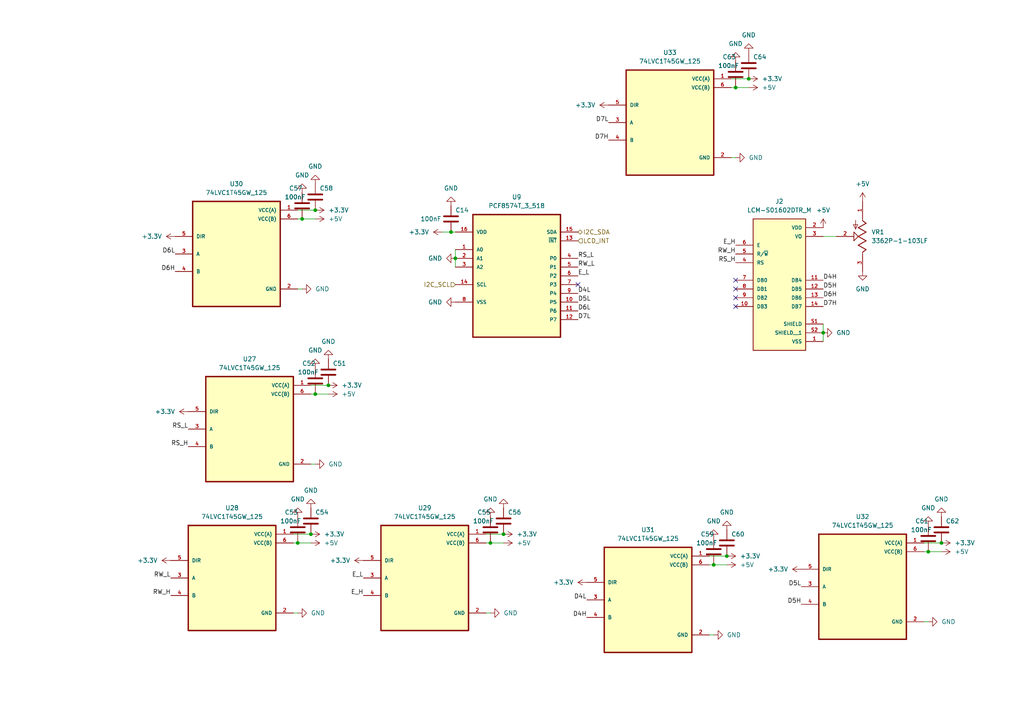
<source format=kicad_sch>
(kicad_sch (version 20230121) (generator eeschema)
  (paper "A4")
  (lib_symbols
    (symbol "3362P-1-103LF:3362P-1-103LF" (pin_names (offset 1.016))
      (property "Reference" "VR" (at -10.1818 2.5465 0))
      (property "Value" "3362P-1-103LF" (at -10.1645 -7.6423 0))
      (symbol "3362P-1-103LF_0_0"
        (polyline (pts (xy -5.08 0) (xy -4.572 0)) (stroke (width 0.1524)))
        (polyline (pts (xy -4.699 -2.032) (xy -2.159 -2.032)) (stroke (width 0.1524)))
        (polyline (pts (xy -4.572 0) (xy -3.81 1.016)) (stroke (width 0.254)))
        (polyline (pts (xy -3.81 1.016) (xy -2.54 -1.27)) (stroke (width 0.254)))
        (polyline (pts (xy -3.429 -2.667) (xy -3.429 -1.397)) (stroke (width 0.1524)))
        (polyline (pts (xy -3.429 -1.397) (xy -2.159 -2.032)) (stroke (width 0.1524)))
        (polyline (pts (xy -2.54 -1.27) (xy -1.27 1.016)) (stroke (width 0.254)))
        (polyline (pts (xy -2.159 -2.032) (xy -3.429 -2.667)) (stroke (width 0.1524)))
        (polyline (pts (xy -1.27 -2.54) (xy 0 -1.27)) (stroke (width 0.2032)))
        (polyline (pts (xy -1.27 1.016) (xy 0 -1.27)) (stroke (width 0.254)))
        (polyline (pts (xy 0 -1.27) (xy 1.27 -2.54)) (stroke (width 0.2032)))
        (polyline (pts (xy 0 -1.27) (xy 1.27 1.016)) (stroke (width 0.254)))
        (polyline (pts (xy 1.27 -2.54) (xy -1.27 -2.54)) (stroke (width 0.2032)))
        (polyline (pts (xy 1.27 1.016) (xy 2.54 -1.27)) (stroke (width 0.254)))
        (polyline (pts (xy 2.54 -1.27) (xy 3.81 1.016)) (stroke (width 0.254)))
        (polyline (pts (xy 3.81 1.016) (xy 4.572 0)) (stroke (width 0.254)))
        (polyline (pts (xy 4.572 0) (xy 5.08 0)) (stroke (width 0.1524)))
        (pin passive line (at -10.16 0 0) (length 5.08) (name "~") (number "1"))
        (pin passive line (at 0 -7.62 90) (length 5.08) (name "~") (number "2"))
        (pin passive line (at 10.16 0 180) (length 5.08) (name "~") (number "3"))
      )
    )
    (symbol "74LVC1T45GW_125:74LVC1T45GW_125" (pin_names (offset 1.016))
      (property "Reference" "U" (at -12.7 16.24 0))
      (property "Value" "74LVC1T45GW_125" (at -12.7 -19.24 0))
      (symbol "74LVC1T45GW_125_0_0"
        (rectangle (start -12.7 -15.24) (end 12.7 15.24) (stroke (width 0.41)) (fill (type background)))
        (pin power_in line (at 17.78 12.7 180) (length 5.08) (name "VCC(A)") (number "1"))
        (pin power_in line (at 17.78 -10.16 180) (length 5.08) (name "GND") (number "2"))
        (pin bidirectional line (at -17.78 0 0) (length 5.08) (name "A") (number "3"))
        (pin bidirectional line (at -17.78 -5.08 0) (length 5.08) (name "B") (number "4"))
        (pin input line (at -17.78 5.08 0) (length 5.08) (name "DIR") (number "5"))
        (pin power_in line (at 17.78 10.16 180) (length 5.08) (name "VCC(B)") (number "6"))
      )
    )
    (symbol "Device:C" (pin_numbers hide) (pin_names (offset 0.254))
      (property "Reference" "C" (at 0.635 2.54 0))
      (property "Value" "C" (at 0.635 -2.54 0))
      (symbol "C_0_1"
        (polyline (pts (xy -2.032 -0.762) (xy 2.032 -0.762)) (stroke (width 0.508)))
        (polyline (pts (xy -2.032 0.762) (xy 2.032 0.762)) (stroke (width 0.508)))
      )
      (symbol "C_1_1"
        (pin passive line (at 0 3.81 270) (length 2.794) (name "~") (number "1"))
        (pin passive line (at 0 -3.81 90) (length 2.794) (name "~") (number "2"))
      )
    )
    (symbol "LCM-S01602DTR_M:LCM-S01602DTR_M" (pin_names (offset 1.016))
      (property "Reference" "J" (at -7.62 19.05 0))
      (property "Value" "LCM-S01602DTR_M" (at -7.62 -22.86 0))
      (symbol "LCM-S01602DTR_M_0_0"
        (rectangle (start -7.62 -20.32) (end 7.62 17.78) (stroke (width 0.254)) (fill (type background)))
        (pin power_in line (at 12.7 -17.78 180) (length 5.08) (name "VSS") (number "1"))
        (pin bidirectional line (at -12.7 -7.62 0) (length 5.08) (name "DB3") (number "10"))
        (pin bidirectional line (at 12.7 0 180) (length 5.08) (name "DB4") (number "11"))
        (pin bidirectional line (at 12.7 -2.54 180) (length 5.08) (name "DB5") (number "12"))
        (pin bidirectional line (at 12.7 -5.08 180) (length 5.08) (name "DB6") (number "13"))
        (pin bidirectional line (at 12.7 -7.62 180) (length 5.08) (name "DB7") (number "14"))
        (pin power_in line (at 12.7 15.24 180) (length 5.08) (name "VDD") (number "2"))
        (pin passive line (at 12.7 12.7 180) (length 5.08) (name "VO") (number "3"))
        (pin input line (at -12.7 5.08 0) (length 5.08) (name "RS") (number "4"))
        (pin input line (at -12.7 7.62 0) (length 5.08) (name "R/~{W}") (number "5"))
        (pin input line (at -12.7 10.16 0) (length 5.08) (name "E") (number "6"))
        (pin bidirectional line (at -12.7 0 0) (length 5.08) (name "DB0") (number "7"))
        (pin bidirectional line (at -12.7 -2.54 0) (length 5.08) (name "DB1") (number "8"))
        (pin bidirectional line (at -12.7 -5.08 0) (length 5.08) (name "DB2") (number "9"))
        (pin passive line (at 12.7 -12.7 180) (length 5.08) (name "SHIELD") (number "S1"))
        (pin passive line (at 12.7 -15.24 180) (length 5.08) (name "SHIELD__1") (number "S2"))
      )
    )
    (symbol "PCF8574T_3_518:PCF8574T_3_518" (pin_names (offset 1.016))
      (property "Reference" "U" (at -4.8821 16.5789 0))
      (property "Value" "PCF8574T_3_518" (at -4.6387 -23.3717 0))
      (symbol "PCF8574T_3_518_0_0"
        (rectangle (start -12.7 -20.32) (end 12.7 15.24) (stroke (width 0.4064)) (fill (type background)))
        (pin input line (at -17.78 5.08 0) (length 5.08) (name "A0") (number "1"))
        (pin bidirectional line (at 17.78 -10.16 180) (length 5.08) (name "P5") (number "10"))
        (pin bidirectional line (at 17.78 -12.7 180) (length 5.08) (name "P6") (number "11"))
        (pin bidirectional line (at 17.78 -15.24 180) (length 5.08) (name "P7") (number "12"))
        (pin output line (at 17.78 7.62 180) (length 5.08) (name "~{INT}") (number "13"))
        (pin input line (at -17.78 -5.08 0) (length 5.08) (name "SCL") (number "14"))
        (pin bidirectional line (at 17.78 10.16 180) (length 5.08) (name "SDA") (number "15"))
        (pin power_in line (at -17.78 10.16 0) (length 5.08) (name "VDD") (number "16"))
        (pin input line (at -17.78 2.54 0) (length 5.08) (name "A1") (number "2"))
        (pin input line (at -17.78 0 0) (length 5.08) (name "A2") (number "3"))
        (pin bidirectional line (at 17.78 2.54 180) (length 5.08) (name "P0") (number "4"))
        (pin bidirectional line (at 17.78 0 180) (length 5.08) (name "P1") (number "5"))
        (pin bidirectional line (at 17.78 -2.54 180) (length 5.08) (name "P2") (number "6"))
        (pin bidirectional line (at 17.78 -5.08 180) (length 5.08) (name "P3") (number "7"))
        (pin passive line (at -17.78 -10.16 0) (length 5.08) (name "VSS") (number "8"))
        (pin bidirectional line (at 17.78 -7.62 180) (length 5.08) (name "P4") (number "9"))
      )
    )
    (symbol "power:+3.3V" (power) (pin_names (offset 0))
      (property "Value" "+3.3V" (at 0 3.556 0))
      (symbol "+3.3V_0_1"
        (polyline (pts (xy -0.762 1.27) (xy 0 2.54)))
        (polyline (pts (xy 0 0) (xy 0 2.54)))
        (polyline (pts (xy 0 2.54) (xy 0.762 1.27)))
      )
      (symbol "+3.3V_1_1"
        (pin power_in line (at 0 0 90) (length 0) hide (name "+3.3V") (number "1"))
      )
    )
    (symbol "power:+5V" (power) (pin_names (offset 0))
      (property "Value" "+5V" (at 0 3.556 0))
      (symbol "+5V_0_1"
        (polyline (pts (xy -0.762 1.27) (xy 0 2.54)))
        (polyline (pts (xy 0 0) (xy 0 2.54)))
        (polyline (pts (xy 0 2.54) (xy 0.762 1.27)))
      )
      (symbol "+5V_1_1"
        (pin power_in line (at 0 0 90) (length 0) hide (name "+5V") (number "1"))
      )
    )
    (symbol "power:GND" (power) (pin_names (offset 0))
      (property "Value" "GND" (at 0 -3.81 0))
      (symbol "GND_0_1"
        (polyline (pts (xy 0 0) (xy 0 -1.27) (xy 1.27 -1.27) (xy 0 -2.54) (xy -1.27 -1.27) (xy 0 -1.27)))
      )
      (symbol "GND_1_1"
        (pin power_in line (at 0 0 270) (length 0) hide (name "GND") (number "1"))
      )
    )
  )
  (junction (at 130.81 67.31))
  (junction (at 86.36 157.48))
  (junction (at 91.44 114.3))
  (junction (at 87.63 63.5))
  (junction (at 146.05 154.94))
  (junction (at 91.44 60.96))
  (junction (at 132.08 74.93))
  (junction (at 95.25 111.76))
  (junction (at 217.17 22.86))
  (junction (at 238.76 96.52))
  (junction (at 269.24 160.02))
  (junction (at 213.36 25.4))
  (junction (at 90.17 154.94))
  (junction (at 273.05 157.48))
  (junction (at 142.24 157.48))
  (junction (at 210.82 161.29))
  (junction (at 207.01 163.83))
  (no_connect (at 167.64 82.55))
  (no_connect (at 213.36 88.9))
  (no_connect (at 213.36 86.36))
  (no_connect (at 213.36 83.82))
  (no_connect (at 213.36 81.28))
  (wire (pts (xy 213.36 25.4) (xy 212.09 25.4)))
  (wire (pts (xy 269.24 160.02) (xy 267.97 160.02)))
  (wire (pts (xy 90.17 134.62) (xy 91.44 134.62)))
  (wire (pts (xy 267.97 180.34) (xy 269.24 180.34)))
  (wire (pts (xy 87.63 63.5) (xy 91.44 63.5)))
  (wire (pts (xy 238.76 93.98) (xy 238.76 96.52)))
  (wire (pts (xy 205.74 184.15) (xy 207.01 184.15)))
  (wire (pts (xy 217.17 22.86) (xy 212.09 22.86)))
  (wire (pts (xy 146.05 154.94) (xy 140.97 154.94)))
  (wire (pts (xy 207.01 163.83) (xy 205.74 163.83)))
  (wire (pts (xy 132.08 77.47) (xy 132.08 74.93)))
  (wire (pts (xy 128.27 67.31) (xy 130.81 67.31)))
  (wire (pts (xy 269.24 160.02) (xy 273.05 160.02)))
  (wire (pts (xy 210.82 161.29) (xy 205.74 161.29)))
  (wire (pts (xy 132.08 72.39) (xy 132.08 74.93)))
  (wire (pts (xy 86.36 83.82) (xy 87.63 83.82)))
  (wire (pts (xy 90.17 154.94) (xy 85.09 154.94)))
  (wire (pts (xy 212.09 45.72) (xy 213.36 45.72)))
  (wire (pts (xy 91.44 60.96) (xy 86.36 60.96)))
  (wire (pts (xy 85.09 177.8) (xy 86.36 177.8)))
  (wire (pts (xy 142.24 157.48) (xy 140.97 157.48)))
  (wire (pts (xy 130.81 67.31) (xy 132.08 67.31)))
  (wire (pts (xy 95.25 111.76) (xy 90.17 111.76)))
  (wire (pts (xy 207.01 163.83) (xy 210.82 163.83)))
  (wire (pts (xy 238.76 68.58) (xy 242.57 68.58)))
  (wire (pts (xy 273.05 157.48) (xy 267.97 157.48)))
  (wire (pts (xy 238.76 96.52) (xy 238.76 99.06)))
  (wire (pts (xy 140.97 177.8) (xy 142.24 177.8)))
  (wire (pts (xy 91.44 114.3) (xy 95.25 114.3)))
  (wire (pts (xy 87.63 63.5) (xy 86.36 63.5)))
  (wire (pts (xy 86.36 157.48) (xy 90.17 157.48)))
  (wire (pts (xy 91.44 114.3) (xy 90.17 114.3)))
  (wire (pts (xy 213.36 25.4) (xy 217.17 25.4)))
  (wire (pts (xy 142.24 157.48) (xy 146.05 157.48)))
  (wire (pts (xy 86.36 157.48) (xy 85.09 157.48)))
  (label "D6H" (at 238.76 86.36 0))
  (label "RW_L" (at 167.64 77.47 0))
  (label "D6L" (at 167.64 90.17 0))
  (label "D7L" (at 167.64 92.71 0))
  (label "E_L" (at 105.41 167.64 180))
  (label "D6H" (at 50.8 78.74 180))
  (label "D7L" (at 176.53 35.56 180))
  (label "D4H" (at 170.18 179.07 180))
  (label "RW_L" (at 49.53 167.64 180))
  (label "D5H" (at 238.76 83.82 0))
  (label "E_L" (at 167.64 80.01 0))
  (label "D7H" (at 238.76 88.9 0))
  (label "RW_H" (at 213.36 73.66 180))
  (label "RS_L" (at 54.61 124.46 180))
  (label "RW_H" (at 49.53 172.72 180))
  (label "RS_H" (at 54.61 129.54 180))
  (label "D6L" (at 50.8 73.66 180))
  (label "D5H" (at 232.41 175.26 180))
  (label "D4L" (at 170.18 173.99 180))
  (label "D4H" (at 238.76 81.28 0))
  (label "D5L" (at 232.41 170.18 180))
  (label "D7H" (at 176.53 40.64 180))
  (label "RS_L" (at 167.64 74.93 0))
  (label "E_H" (at 213.36 71.12 180))
  (label "E_H" (at 105.41 172.72 180))
  (label "D4L" (at 167.64 85.09 0))
  (label "RS_H" (at 213.36 76.2 180))
  (label "D5L" (at 167.64 87.63 0))
  (hierarchical_label "LCD_INT" (shape input) (at 167.64 69.85 0))
  (hierarchical_label "I2C_SCL" (shape input) (at 132.08 82.55 180))
  (hierarchical_label "I2C_SDA" (shape bidirectional) (at 167.64 67.31 0))
  (symbol (lib_id "power:+5V") (at 250.19 58.42 0) (unit 1)
    (property "Reference" "#PWR033" (effects hide))
    (property "Value" "+5V" (at 250.19 53.34 0))
  )
  (symbol (lib_id "Device:C") (at 142.24 153.67 0) (unit 1)
    (property "Reference" "C55" (at 138.43 148.59 0) (effects (justify left)))
    (property "Value" "100nF" (at 137.16 151.13 0) (effects (justify left)))
    (property "Footprint" "Capacitor_SMD:C_0402_1005Metric" (effects hide))
  )
  (symbol (lib_id "Device:C") (at 269.24 156.21 0) (unit 1)
    (property "Reference" "C61" (at 265.43 151.13 0) (effects (justify left)))
    (property "Value" "100nF" (at 264.16 153.67 0) (effects (justify left)))
    (property "Footprint" "Capacitor_SMD:C_0402_1005Metric" (effects hide))
  )
  (symbol (lib_id "Device:C") (at 146.05 151.13 0) (unit 1)
    (property "Reference" "C56" (at 147.32 148.59 0) (effects (justify left)))
    (property "Value" "100nF" (at 137.16 151.13 0) (effects (justify left)))
    (property "Footprint" "Capacitor_SMD:C_0402_1005Metric" (effects hide))
  )
  (symbol (lib_id "power:+3.3V") (at 128.27 67.31 90) (unit 1)
    (property "Reference" "#PWR037" (effects hide))
    (property "Value" "+3.3V" (at 124.46 67.31 90) (effects (justify left)))
  )
  (symbol (lib_id "power:GND") (at 238.76 96.52 90) (unit 1)
    (property "Reference" "#PWR012" (effects hide))
    (property "Value" "GND" (at 242.57 96.52 90) (effects (justify right)))
    (instances (project "Motor Programmer Rev. 2" (path "" (reference "#PWR012") (unit 1)) (path "" (reference "#PWR032") (unit 1))))
  )
  (symbol (lib_id "power:+3.3V") (at 90.17 154.94 270) (unit 1)
    (property "Reference" "#PWR0134" (effects hide))
    (property "Value" "+3.3V" (at 93.98 154.94 90) (effects (justify left)))
  )
  (symbol (lib_id "power:GND") (at 210.82 153.67 180) (unit 1)
    (property "Reference" "#PWR0151" (effects hide))
    (property "Value" "GND" (at 210.82 148.59 0))
  )
  (symbol (lib_id "power:GND") (at 91.44 53.34 180) (unit 1)
    (property "Reference" "#PWR0145" (effects hide))
    (property "Value" "GND" (at 91.44 48.26 0))
  )
  (symbol (lib_id "74LVC1T45GW_125:74LVC1T45GW_125") (at 187.96 173.99 0) (unit 1)
    (property "Reference" "U31" (at 187.96 153.67 0))
    (property "Value" "74LVC1T45GW_125" (at 187.96 156.21 0))
    (property "Footprint" "74LVC1T45GW_125:SOP65P210X110-6N" (effects hide))
    (property "Manufacturer" "Nexperia USA" (effects hide))
    (property "Package" "SOP65P210X110-6N" (effects hide))
  )
  (symbol (lib_id "power:+5V") (at 238.76 66.04 0) (unit 1)
    (property "Reference" "#PWR031" (effects hide))
    (property "Value" "+5V" (at 238.76 60.96 0))
  )
  (symbol (lib_id "power:+3.3V") (at 105.41 162.56 90) (unit 1)
    (property "Reference" "#PWR0136" (effects hide))
    (property "Value" "+3.3V" (at 101.6 162.56 90) (effects (justify left)))
  )
  (symbol (lib_id "power:+3.3V") (at 217.17 22.86 270) (unit 1)
    (property "Reference" "#PWR0164" (effects hide))
    (property "Value" "+3.3V" (at 220.98 22.86 90) (effects (justify left)))
  )
  (symbol (lib_id "power:+3.3V") (at 50.8 68.58 90) (unit 1)
    (property "Reference" "#PWR0142" (effects hide))
    (property "Value" "+3.3V" (at 46.99 68.58 90) (effects (justify left)))
  )
  (symbol (lib_id "74LVC1T45GW_125:74LVC1T45GW_125") (at 123.19 167.64 0) (unit 1)
    (property "Reference" "U29" (at 123.19 147.32 0))
    (property "Value" "74LVC1T45GW_125" (at 123.19 149.86 0))
    (property "Footprint" "74LVC1T45GW_125:SOP65P210X110-6N" (effects hide))
    (property "Manufacturer" "Nexperia USA" (effects hide))
    (property "Package" "SOP65P210X110-6N" (effects hide))
  )
  (symbol (lib_id "power:+5V") (at 90.17 157.48 270) (unit 1)
    (property "Reference" "#PWR031" (effects hide))
    (property "Value" "+5V" (at 93.98 157.48 90) (effects (justify left)))
    (instances (project "Motor Programmer Rev. 2" (path "" (reference "#PWR031") (unit 1)) (path "" (reference "#PWR0135") (unit 1))))
  )
  (symbol (lib_id "74LVC1T45GW_125:74LVC1T45GW_125") (at 67.31 167.64 0) (unit 1)
    (property "Reference" "U28" (at 67.31 147.32 0))
    (property "Value" "74LVC1T45GW_125" (at 67.31 149.86 0))
    (property "Footprint" "74LVC1T45GW_125:SOP65P210X110-6N" (effects hide))
    (property "Manufacturer" "Nexperia USA" (effects hide))
    (property "Package" "SOP65P210X110-6N" (effects hide))
  )
  (symbol (lib_id "74LVC1T45GW_125:74LVC1T45GW_125") (at 194.31 35.56 0) (unit 1)
    (property "Reference" "U33" (at 194.31 15.24 0))
    (property "Value" "74LVC1T45GW_125" (at 194.31 17.78 0))
    (property "Footprint" "74LVC1T45GW_125:SOP65P210X110-6N" (effects hide))
    (property "Manufacturer" "Nexperia USA" (effects hide))
    (property "Package" "SOP65P210X110-6N" (effects hide))
  )
  (symbol (lib_id "power:GND") (at 250.19 78.74 0) (unit 1)
    (property "Reference" "#PWR034" (effects hide))
    (property "Value" "GND" (at 250.19 83.82 0))
  )
  (symbol (lib_id "power:+3.3V") (at 210.82 161.29 270) (unit 1)
    (property "Reference" "#PWR0152" (effects hide))
    (property "Value" "+3.3V" (at 214.63 161.29 90) (effects (justify left)))
  )
  (symbol (lib_id "power:GND") (at 213.36 45.72 90) (unit 1)
    (property "Reference" "#PWR012" (effects hide))
    (property "Value" "GND" (at 217.17 45.72 90) (effects (justify right)))
    (instances (project "Motor Programmer Rev. 2" (path "" (reference "#PWR012") (unit 1)) (path "" (reference "#PWR0162") (unit 1))))
  )
  (symbol (lib_id "power:GND") (at 91.44 134.62 90) (unit 1)
    (property "Reference" "#PWR012" (effects hide))
    (property "Value" "GND" (at 95.25 134.62 90) (effects (justify right)))
    (instances (project "Motor Programmer Rev. 2" (path "" (reference "#PWR012") (unit 1)) (path "" (reference "#PWR0128") (unit 1))))
  )
  (symbol (lib_id "power:GND") (at 273.05 149.86 180) (unit 1)
    (property "Reference" "#PWR0157" (effects hide))
    (property "Value" "GND" (at 273.05 144.78 0))
  )
  (symbol (lib_id "Device:C") (at 210.82 157.48 0) (unit 1)
    (property "Reference" "C60" (at 212.09 154.94 0) (effects (justify left)))
    (property "Value" "100nF" (at 201.93 157.48 0) (effects (justify left)))
    (property "Footprint" "Capacitor_SMD:C_0402_1005Metric" (effects hide))
  )
  (symbol (lib_id "power:+3.3V") (at 176.53 30.48 90) (unit 1)
    (property "Reference" "#PWR0160" (effects hide))
    (property "Value" "+3.3V" (at 172.72 30.48 90) (effects (justify left)))
  )
  (symbol (lib_id "power:+3.3V") (at 273.05 157.48 270) (unit 1)
    (property "Reference" "#PWR0158" (effects hide))
    (property "Value" "+3.3V" (at 276.86 157.48 90) (effects (justify left)))
  )
  (symbol (lib_id "power:GND") (at 95.25 104.14 180) (unit 1)
    (property "Reference" "#PWR0126" (effects hide))
    (property "Value" "GND" (at 95.25 99.06 0))
  )
  (symbol (lib_id "power:GND") (at 132.08 74.93 270) (unit 1)
    (property "Reference" "#PWR039" (effects hide))
    (property "Value" "GND" (at 128.27 74.93 90) (effects (justify right)))
  )
  (symbol (lib_id "Device:C") (at 91.44 110.49 0) (unit 1)
    (property "Reference" "C52" (at 87.63 105.41 0) (effects (justify left)))
    (property "Value" "100nF" (at 86.36 107.95 0) (effects (justify left)))
    (property "Footprint" "Capacitor_SMD:C_0402_1005Metric" (effects hide))
  )
  (symbol (lib_id "power:GND") (at 87.63 55.88 180) (unit 1)
    (property "Reference" "#PWR0143" (effects hide))
    (property "Value" "GND" (at 87.63 50.8 0))
  )
  (symbol (lib_id "Device:C") (at 207.01 160.02 0) (unit 1)
    (property "Reference" "C59" (at 203.2 154.94 0) (effects (justify left)))
    (property "Value" "100nF" (at 201.93 157.48 0) (effects (justify left)))
    (property "Footprint" "Capacitor_SMD:C_0402_1005Metric" (effects hide))
  )
  (symbol (lib_id "power:+5V") (at 210.82 163.83 270) (unit 1)
    (property "Reference" "#PWR031" (effects hide))
    (property "Value" "+5V" (at 214.63 163.83 90) (effects (justify left)))
    (instances (project "Motor Programmer Rev. 2" (path "" (reference "#PWR031") (unit 1)) (path "" (reference "#PWR0153") (unit 1))))
  )
  (symbol (lib_id "Device:C") (at 217.17 19.05 0) (unit 1)
    (property "Reference" "C64" (at 218.44 16.51 0) (effects (justify left)))
    (property "Value" "100nF" (at 208.28 19.05 0) (effects (justify left)))
    (property "Footprint" "Capacitor_SMD:C_0402_1005Metric" (effects hide))
  )
  (symbol (lib_id "PCF8574T_3_518:PCF8574T_3_518") (at 149.86 77.47 0) (unit 1)
    (property "Reference" "U9" (at 149.86 57.15 0))
    (property "Value" "PCF8574T_3_518" (at 149.86 59.69 0))
    (property "Footprint" "PCF8574T_3_518 (1):SOIC127P1032X265-16N" (effects hide))
    (property "SUPPLIER" "NXP" (effects hide))
    (property "OC_FARNELL" "2101302" (effects hide))
    (property "OC_NEWARK" "70R6866" (effects hide))
    (property "MPN" "PCF8574T/3,518" (effects hide))
    (property "PACKAGE" "SOIC-16" (effects hide))
  )
  (symbol (lib_id "74LVC1T45GW_125:74LVC1T45GW_125") (at 72.39 124.46 0) (unit 1)
    (property "Reference" "U27" (at 72.39 104.14 0))
    (property "Value" "74LVC1T45GW_125" (at 72.39 106.68 0))
    (property "Footprint" "74LVC1T45GW_125:SOP65P210X110-6N" (effects hide))
    (property "Manufacturer" "Nexperia USA" (effects hide))
    (property "Package" "SOP65P210X110-6N" (effects hide))
  )
  (symbol (lib_id "power:+5V") (at 91.44 63.5 270) (unit 1)
    (property "Reference" "#PWR031" (effects hide))
    (property "Value" "+5V" (at 95.25 63.5 90) (effects (justify left)))
    (instances (project "Motor Programmer Rev. 2" (path "" (reference "#PWR031") (unit 1)) (path "" (reference "#PWR0147") (unit 1))))
  )
  (symbol (lib_id "power:GND") (at 207.01 156.21 180) (unit 1)
    (property "Reference" "#PWR0149" (effects hide))
    (property "Value" "GND" (at 207.01 151.13 0))
  )
  (symbol (lib_id "power:GND") (at 146.05 147.32 180) (unit 1)
    (property "Reference" "#PWR0139" (effects hide))
    (property "Value" "GND" (effects hide))
  )
  (symbol (lib_id "power:+3.3V") (at 95.25 111.76 270) (unit 1)
    (property "Reference" "#PWR0119" (effects hide))
    (property "Value" "+3.3V" (at 99.06 111.76 90) (effects (justify left)))
  )
  (symbol (lib_id "power:GND") (at 86.36 177.8 90) (unit 1)
    (property "Reference" "#PWR012" (effects hide))
    (property "Value" "GND" (at 90.17 177.8 90) (effects (justify right)))
    (instances (project "Motor Programmer Rev. 2" (path "" (reference "#PWR012") (unit 1)) (path "" (reference "#PWR0132") (unit 1))))
  )
  (symbol (lib_id "power:GND") (at 213.36 17.78 180) (unit 1)
    (property "Reference" "#PWR0161" (effects hide))
    (property "Value" "GND" (at 213.36 12.7 0))
  )
  (symbol (lib_id "Device:C") (at 86.36 153.67 0) (unit 1)
    (property "Reference" "C53" (at 82.55 148.59 0) (effects (justify left)))
    (property "Value" "100nF" (at 81.28 151.13 0) (effects (justify left)))
    (property "Footprint" "Capacitor_SMD:C_0402_1005Metric" (effects hide))
  )
  (symbol (lib_id "power:+5V") (at 146.05 157.48 270) (unit 1)
    (property "Reference" "#PWR031" (effects hide))
    (property "Value" "+5V" (at 149.86 157.48 90) (effects (justify left)))
    (instances (project "Motor Programmer Rev. 2" (path "" (reference "#PWR031") (unit 1)) (path "" (reference "#PWR0141") (unit 1))))
  )
  (symbol (lib_id "3362P-1-103LF:3362P-1-103LF") (at 250.19 68.58 270) (unit 1)
    (property "Reference" "VR1" (at 252.73 67.31 90) (effects (justify left)))
    (property "Value" "3362P-1-103LF" (at 252.73 69.85 90) (effects (justify left)))
    (property "Footprint" "3362P_1_103LF (1)real:TRIM_3362P-1-103LF" (effects hide))
    (property "PARTREV" "08/26/10" (effects hide))
    (property "MF" "Bourns" (effects hide))
    (property "MP" "3362P-1-205LF" (effects hide))
    (property "STANDARD" "Manufacturer Recommendation" (effects hide))
  )
  (symbol (lib_id "power:GND") (at 142.24 177.8 90) (unit 1)
    (property "Reference" "#PWR012" (effects hide))
    (property "Value" "GND" (at 146.05 177.8 90) (effects (justify right)))
    (instances (project "Motor Programmer Rev. 2" (path "" (reference "#PWR012") (unit 1)) (path "" (reference "#PWR0138") (unit 1))))
  )
  (symbol (lib_id "power:+5V") (at 273.05 160.02 270) (unit 1)
    (property "Reference" "#PWR031" (effects hide))
    (property "Value" "+5V" (at 276.86 160.02 90) (effects (justify left)))
    (instances (project "Motor Programmer Rev. 2" (path "" (reference "#PWR031") (unit 1)) (path "" (reference "#PWR0159") (unit 1))))
  )
  (symbol (lib_id "power:GND") (at 142.24 149.86 180) (unit 1)
    (property "Reference" "#PWR0137" (effects hide))
    (property "Value" "GND" (at 142.24 144.78 0))
  )
  (symbol (lib_id "power:+5V") (at 95.25 114.3 270) (unit 1)
    (property "Reference" "#PWR031" (effects hide))
    (property "Value" "+5V" (at 99.06 114.3 90) (effects (justify left)))
    (instances (project "Motor Programmer Rev. 2" (path "" (reference "#PWR031") (unit 1)) (path "" (reference "#PWR0120") (unit 1))))
  )
  (symbol (lib_id "Device:C") (at 95.25 107.95 0) (unit 1)
    (property "Reference" "C51" (at 96.52 105.41 0) (effects (justify left)))
    (property "Value" "100nF" (at 86.36 107.95 0) (effects (justify left)))
    (property "Footprint" "Capacitor_SMD:C_0402_1005Metric" (effects hide))
  )
  (symbol (lib_id "power:GND") (at 132.08 87.63 270) (unit 1)
    (property "Reference" "#PWR036" (effects hide))
    (property "Value" "GND" (at 128.27 87.63 90) (effects (justify right)))
  )
  (symbol (lib_id "power:+3.3V") (at 49.53 162.56 90) (unit 1)
    (property "Reference" "#PWR0130" (effects hide))
    (property "Value" "+3.3V" (at 45.72 162.56 90) (effects (justify left)))
  )
  (symbol (lib_id "power:+5V") (at 217.17 25.4 270) (unit 1)
    (property "Reference" "#PWR031" (effects hide))
    (property "Value" "+5V" (at 220.98 25.4 90) (effects (justify left)))
    (instances (project "Motor Programmer Rev. 2" (path "" (reference "#PWR031") (unit 1)) (path "" (reference "#PWR0165") (unit 1))))
  )
  (symbol (lib_id "power:GND") (at 130.81 59.69 180) (unit 1)
    (property "Reference" "#PWR040" (effects hide))
    (property "Value" "GND" (at 130.81 54.61 0))
  )
  (symbol (lib_id "Device:C") (at 130.81 63.5 0) (unit 1)
    (property "Reference" "C14" (at 132.08 60.96 0) (effects (justify left)))
    (property "Value" "100nF" (at 121.92 63.5 0) (effects (justify left)))
    (property "Footprint" "Capacitor_SMD:C_0402_1005Metric" (effects hide))
  )
  (symbol (lib_id "Device:C") (at 87.63 59.69 0) (unit 1)
    (property "Reference" "C57" (at 83.82 54.61 0) (effects (justify left)))
    (property "Value" "100nF" (at 82.55 57.15 0) (effects (justify left)))
    (property "Footprint" "Capacitor_SMD:C_0402_1005Metric" (effects hide))
  )
  (symbol (lib_id "power:GND") (at 87.63 83.82 90) (unit 1)
    (property "Reference" "#PWR012" (effects hide))
    (property "Value" "GND" (at 91.44 83.82 90) (effects (justify right)))
    (instances (project "Motor Programmer Rev. 2" (path "" (reference "#PWR012") (unit 1)) (path "" (reference "#PWR0144") (unit 1))))
  )
  (symbol (lib_id "power:GND") (at 86.36 149.86 180) (unit 1)
    (property "Reference" "#PWR0131" (effects hide))
    (property "Value" "GND" (at 86.36 144.78 0))
  )
  (symbol (lib_id "power:+3.3V") (at 146.05 154.94 270) (unit 1)
    (property "Reference" "#PWR0140" (effects hide))
    (property "Value" "+3.3V" (at 149.86 154.94 90) (effects (justify left)))
  )
  (symbol (lib_id "Device:C") (at 273.05 153.67 0) (unit 1)
    (property "Reference" "C62" (at 274.32 151.13 0) (effects (justify left)))
    (property "Value" "100nF" (at 264.16 153.67 0) (effects (justify left)))
    (property "Footprint" "Capacitor_SMD:C_0402_1005Metric" (effects hide))
  )
  (symbol (lib_id "Device:C") (at 90.17 151.13 0) (unit 1)
    (property "Reference" "C54" (at 91.44 148.59 0) (effects (justify left)))
    (property "Value" "100nF" (at 81.28 151.13 0) (effects (justify left)))
    (property "Footprint" "Capacitor_SMD:C_0402_1005Metric" (effects hide))
  )
  (symbol (lib_id "74LVC1T45GW_125:74LVC1T45GW_125") (at 250.19 170.18 0) (unit 1)
    (property "Reference" "U32" (at 250.19 149.86 0))
    (property "Value" "74LVC1T45GW_125" (at 250.19 152.4 0))
    (property "Footprint" "74LVC1T45GW_125:SOP65P210X110-6N" (effects hide))
    (property "Manufacturer" "Nexperia USA" (effects hide))
    (property "Package" "SOP65P210X110-6N" (effects hide))
  )
  (symbol (lib_id "74LVC1T45GW_125:74LVC1T45GW_125") (at 68.58 73.66 0) (unit 1)
    (property "Reference" "U30" (at 68.58 53.34 0))
    (property "Value" "74LVC1T45GW_125" (at 68.58 55.88 0))
    (property "Footprint" "74LVC1T45GW_125:SOP65P210X110-6N" (effects hide))
    (property "Manufacturer" "Nexperia USA" (effects hide))
    (property "Package" "SOP65P210X110-6N" (effects hide))
  )
  (symbol (lib_id "Device:C") (at 213.36 21.59 0) (unit 1)
    (property "Reference" "C63" (at 209.55 16.51 0) (effects (justify left)))
    (property "Value" "100nF" (at 208.28 19.05 0) (effects (justify left)))
    (property "Footprint" "Capacitor_SMD:C_0402_1005Metric" (effects hide))
  )
  (symbol (lib_id "power:GND") (at 90.17 147.32 180) (unit 1)
    (property "Reference" "#PWR0133" (effects hide))
    (property "Value" "GND" (at 90.17 142.24 0))
  )
  (symbol (lib_id "power:GND") (at 269.24 152.4 180) (unit 1)
    (property "Reference" "#PWR0155" (effects hide))
    (property "Value" "GND" (at 269.24 147.32 0))
  )
  (symbol (lib_id "power:+3.3V") (at 54.61 119.38 90) (unit 1)
    (property "Reference" "#PWR0129" (effects hide))
    (property "Value" "+3.3V" (at 50.8 119.38 90) (effects (justify left)))
  )
  (symbol (lib_id "power:+3.3V") (at 232.41 165.1 90) (unit 1)
    (property "Reference" "#PWR0154" (effects hide))
    (property "Value" "+3.3V" (at 228.6 165.1 90) (effects (justify left)))
  )
  (symbol (lib_id "Device:C") (at 91.44 57.15 0) (unit 1)
    (property "Reference" "C58" (at 92.71 54.61 0) (effects (justify left)))
    (property "Value" "100nF" (at 82.55 57.15 0) (effects (justify left)))
    (property "Footprint" "Capacitor_SMD:C_0402_1005Metric" (effects hide))
  )
  (symbol (lib_id "power:GND") (at 269.24 180.34 90) (unit 1)
    (property "Reference" "#PWR012" (effects hide))
    (property "Value" "GND" (at 273.05 180.34 90) (effects (justify right)))
    (instances (project "Motor Programmer Rev. 2" (path "" (reference "#PWR012") (unit 1)) (path "" (reference "#PWR0156") (unit 1))))
  )
  (symbol (lib_id "LCM-S01602DTR_M:LCM-S01602DTR_M") (at 226.06 81.28 0) (unit 1)
    (property "Reference" "J2" (at 226.06 58.42 0))
    (property "Value" "LCM-S01602DTR_M" (at 226.06 60.96 0))
    (property "Footprint" "LCM_S01602DTR_M:LCD_LCM-S01602DTR_M" (effects hide))
    (property "PARTREV" "9/11/02" (effects hide))
    (property "STANDARD" "Manufacturer Recommendations" (effects hide))
    (property "MAXIMUM_PACKAGE_HEIGHT" "7.00mm" (effects hide))
    (property "MANUFACTURER" "LUMEX" (effects hide))
  )
  (symbol (lib_id "power:GND") (at 217.17 15.24 180) (unit 1)
    (property "Reference" "#PWR0163" (effects hide))
    (property "Value" "GND" (at 217.17 10.16 0))
  )
  (symbol (lib_id "power:+3.3V") (at 91.44 60.96 270) (unit 1)
    (property "Reference" "#PWR0146" (effects hide))
    (property "Value" "+3.3V" (at 95.25 60.96 90) (effects (justify left)))
  )
  (symbol (lib_id "power:+3.3V") (at 170.18 168.91 90) (unit 1)
    (property "Reference" "#PWR0148" (effects hide))
    (property "Value" "+3.3V" (at 166.37 168.91 90) (effects (justify left)))
  )
  (symbol (lib_id "power:GND") (at 207.01 184.15 90) (unit 1)
    (property "Reference" "#PWR012" (effects hide))
    (property "Value" "GND" (at 210.82 184.15 90) (effects (justify right)))
    (instances (project "Motor Programmer Rev. 2" (path "" (reference "#PWR012") (unit 1)) (path "" (reference "#PWR0150") (unit 1))))
  )
  (symbol (lib_id "power:GND") (at 91.44 106.68 180) (unit 1)
    (property "Reference" "#PWR0127" (effects hide))
    (property "Value" "GND" (at 91.44 101.6 0))
  )
)
</source>
